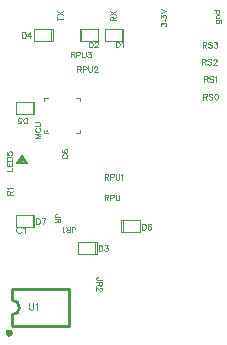
<source format=gto>
G04 Layer: TopSilkLayer*
G04 EasyEDA v6.3.22, 2020-01-31T20:32:51+01:00*
G04 fc9ea699047742759d14d46df9665bc7,1e61c1b39cbf46459d8771e8f21e6a9c,10*
G04 Gerber Generator version 0.2*
G04 Scale: 100 percent, Rotated: No, Reflected: No *
G04 Dimensions in millimeters *
G04 leading zeros omitted , absolute positions ,3 integer and 3 decimal *
%FSLAX33Y33*%
%MOMM*%
G90*
G71D02*

%ADD10C,0.254000*%
%ADD30C,0.101600*%
%ADD31C,0.199898*%
%ADD32C,0.100000*%
%ADD33C,0.127000*%

%LPD*%
G54D30*
G01X33610Y32310D02*
G01X32049Y32310D01*
G01X33610Y33330D02*
G01X32049Y33330D01*
G01X33470Y32310D02*
G01X33470Y33330D01*
G01X32050Y32310D02*
G01X32050Y33330D01*
G01X33610Y32310D02*
G01X33610Y33330D01*
G54D31*
G01X32560Y38120D02*
G01X32660Y37920D01*
G01X32360Y37820D01*
G01X32560Y38020D01*
G01X32960Y37720D01*
G01X32159Y37720D01*
G01X32560Y38320D01*
G01X32960Y37720D01*
G54D30*
G01X37459Y49030D02*
G01X39020Y49030D01*
G01X37459Y48010D02*
G01X39020Y48010D01*
G01X37599Y49030D02*
G01X37600Y48010D01*
G01X39020Y49030D02*
G01X39020Y48010D01*
G01X37459Y49030D02*
G01X37459Y48010D01*
G01X41160Y48010D02*
G01X39599Y48010D01*
G01X41160Y49030D02*
G01X39599Y49030D01*
G01X41020Y48010D02*
G01X41020Y49030D01*
G01X39599Y48010D02*
G01X39599Y49030D01*
G01X41160Y48010D02*
G01X41160Y49030D01*
G01X40989Y32839D02*
G01X42549Y32839D01*
G01X40989Y31819D02*
G01X42549Y31819D01*
G01X41129Y32839D02*
G01X41129Y31819D01*
G01X42549Y32839D02*
G01X42549Y31819D01*
G01X40989Y32839D02*
G01X40989Y31819D01*
G01X38910Y30010D02*
G01X37349Y30010D01*
G01X38910Y31030D02*
G01X37349Y31030D01*
G01X38770Y30010D02*
G01X38770Y31030D01*
G01X37349Y30010D02*
G01X37349Y31030D01*
G01X38910Y30010D02*
G01X38910Y31030D01*
G01X35160Y48010D02*
G01X33599Y48010D01*
G01X35160Y49030D02*
G01X33599Y49030D01*
G01X35020Y48010D02*
G01X35019Y49030D01*
G01X33599Y48010D02*
G01X33599Y49030D01*
G01X35160Y48010D02*
G01X35160Y49030D01*
G01X33610Y41810D02*
G01X32049Y41810D01*
G01X33610Y42830D02*
G01X32049Y42830D01*
G01X33470Y41810D02*
G01X33470Y42830D01*
G01X32050Y41810D02*
G01X32050Y42830D01*
G01X33610Y41810D02*
G01X33610Y42830D01*
G54D10*
G01X31711Y23887D02*
G01X36537Y23887D01*
G01X36537Y27036D01*
G01X31711Y27036D01*
G01X31711Y27036D02*
G01X31711Y26097D01*
G01X31711Y24827D02*
G01X31711Y23887D01*
G54D32*
G01X34458Y40520D02*
G01X34457Y40219D01*
G01X34759Y40219D01*
G01X37160Y40220D02*
G01X37461Y40219D01*
G01X37461Y40521D01*
G01X37460Y42920D02*
G01X37460Y43220D01*
G01X37160Y43220D01*
G01X34760Y43220D02*
G01X34458Y43221D01*
G01X34458Y42919D01*
G01X44304Y49316D02*
G01X44304Y49565D01*
G01X44487Y49428D01*
G01X44487Y49496D01*
G01X44510Y49542D01*
G01X44533Y49565D01*
G01X44602Y49588D01*
G01X44645Y49588D01*
G01X44713Y49565D01*
G01X44759Y49519D01*
G01X44782Y49451D01*
G01X44782Y49382D01*
G01X44759Y49316D01*
G01X44736Y49293D01*
G01X44690Y49270D01*
G01X44668Y49761D02*
G01X44690Y49738D01*
G01X44713Y49761D01*
G01X44690Y49783D01*
G01X44668Y49761D01*
G01X44304Y49979D02*
G01X44304Y50228D01*
G01X44487Y50093D01*
G01X44487Y50159D01*
G01X44510Y50205D01*
G01X44533Y50228D01*
G01X44602Y50251D01*
G01X44645Y50251D01*
G01X44713Y50228D01*
G01X44759Y50182D01*
G01X44782Y50116D01*
G01X44782Y50048D01*
G01X44759Y49979D01*
G01X44736Y49956D01*
G01X44690Y49933D01*
G01X44304Y50401D02*
G01X44782Y50584D01*
G01X44304Y50764D02*
G01X44782Y50584D01*
G01X35556Y49928D02*
G01X36031Y49928D01*
G01X35556Y49770D02*
G01X35556Y50088D01*
G01X35556Y50238D02*
G01X36031Y50555D01*
G01X35556Y50555D02*
G01X36031Y50238D01*
G01X40055Y49770D02*
G01X40532Y49770D01*
G01X40055Y49770D02*
G01X40055Y49973D01*
G01X40077Y50042D01*
G01X40100Y50065D01*
G01X40146Y50088D01*
G01X40192Y50088D01*
G01X40237Y50065D01*
G01X40260Y50042D01*
G01X40283Y49973D01*
G01X40283Y49770D01*
G01X40283Y49928D02*
G01X40532Y50088D01*
G01X40055Y50238D02*
G01X40532Y50555D01*
G01X40055Y50555D02*
G01X40532Y50238D01*
G01X48964Y49792D02*
G01X49328Y49792D01*
G01X49396Y49769D01*
G01X49419Y49746D01*
G01X49442Y49701D01*
G01X49442Y49634D01*
G01X49419Y49589D01*
G01X49033Y49792D02*
G01X48987Y49746D01*
G01X48964Y49701D01*
G01X48964Y49634D01*
G01X48987Y49589D01*
G01X49033Y49543D01*
G01X49102Y49520D01*
G01X49145Y49520D01*
G01X49213Y49543D01*
G01X49259Y49589D01*
G01X49282Y49634D01*
G01X49282Y49701D01*
G01X49259Y49746D01*
G01X49213Y49792D01*
G01X48964Y49942D02*
G01X49282Y49942D01*
G01X49056Y49942D02*
G01X48987Y50010D01*
G01X48964Y50056D01*
G01X48964Y50125D01*
G01X48987Y50170D01*
G01X49056Y50193D01*
G01X49282Y50193D01*
G01X48804Y50615D02*
G01X49282Y50615D01*
G01X49033Y50615D02*
G01X48987Y50569D01*
G01X48964Y50523D01*
G01X48964Y50455D01*
G01X48987Y50412D01*
G01X49033Y50366D01*
G01X49102Y50343D01*
G01X49145Y50343D01*
G01X49213Y50366D01*
G01X49259Y50412D01*
G01X49282Y50455D01*
G01X49282Y50523D01*
G01X49259Y50569D01*
G01X49213Y50615D01*
G01X33759Y33015D02*
G01X33759Y32537D01*
G01X33759Y33015D02*
G01X33919Y33015D01*
G01X33987Y32992D01*
G01X34033Y32946D01*
G01X34056Y32900D01*
G01X34076Y32832D01*
G01X34076Y32717D01*
G01X34056Y32651D01*
G01X34033Y32606D01*
G01X33987Y32560D01*
G01X33919Y32537D01*
G01X33759Y32537D01*
G01X34546Y33015D02*
G01X34318Y32537D01*
G01X34229Y33015D02*
G01X34546Y33015D01*
G01X31264Y37028D02*
G01X31742Y37028D01*
G01X31742Y37028D02*
G01X31742Y37303D01*
G01X31264Y37453D02*
G01X31742Y37453D01*
G01X31264Y37453D02*
G01X31264Y37747D01*
G01X31493Y37453D02*
G01X31493Y37633D01*
G01X31742Y37453D02*
G01X31742Y37747D01*
G01X31264Y37897D02*
G01X31742Y37897D01*
G01X31264Y37897D02*
G01X31264Y38057D01*
G01X31287Y38126D01*
G01X31333Y38171D01*
G01X31378Y38194D01*
G01X31447Y38215D01*
G01X31561Y38215D01*
G01X31627Y38194D01*
G01X31673Y38171D01*
G01X31719Y38126D01*
G01X31742Y38057D01*
G01X31742Y37897D01*
G01X31264Y38639D02*
G01X31264Y38410D01*
G01X31470Y38387D01*
G01X31447Y38410D01*
G01X31424Y38479D01*
G01X31424Y38547D01*
G01X31447Y38616D01*
G01X31493Y38662D01*
G01X31561Y38685D01*
G01X31607Y38685D01*
G01X31673Y38662D01*
G01X31719Y38616D01*
G01X31742Y38547D01*
G01X31742Y38479D01*
G01X31719Y38410D01*
G01X31696Y38387D01*
G01X31650Y38367D01*
G01X35824Y33131D02*
G01X35461Y33131D01*
G01X35392Y33154D01*
G01X35370Y33177D01*
G01X35347Y33223D01*
G01X35347Y33269D01*
G01X35370Y33314D01*
G01X35392Y33337D01*
G01X35461Y33360D01*
G01X35507Y33360D01*
G01X35824Y32982D02*
G01X35347Y32982D01*
G01X35824Y32982D02*
G01X35824Y32778D01*
G01X35801Y32710D01*
G01X35778Y32687D01*
G01X35733Y32664D01*
G01X35687Y32664D01*
G01X35641Y32687D01*
G01X35618Y32710D01*
G01X35596Y32778D01*
G01X35596Y32982D01*
G01X35596Y32824D02*
G01X35347Y32664D01*
G01X36802Y31815D02*
G01X36802Y32178D01*
G01X36824Y32247D01*
G01X36847Y32270D01*
G01X36893Y32292D01*
G01X36939Y32292D01*
G01X36984Y32270D01*
G01X37007Y32247D01*
G01X37030Y32178D01*
G01X37030Y32132D01*
G01X36652Y31815D02*
G01X36652Y32292D01*
G01X36652Y31815D02*
G01X36449Y31815D01*
G01X36380Y31838D01*
G01X36357Y31861D01*
G01X36334Y31906D01*
G01X36334Y31952D01*
G01X36357Y31998D01*
G01X36380Y32021D01*
G01X36449Y32043D01*
G01X36652Y32043D01*
G01X36494Y32043D02*
G01X36334Y32292D01*
G01X36184Y31906D02*
G01X36139Y31883D01*
G01X36070Y31815D01*
G01X36070Y32292D01*
G01X39325Y27793D02*
G01X38962Y27793D01*
G01X38893Y27816D01*
G01X38873Y27837D01*
G01X38850Y27882D01*
G01X38850Y27928D01*
G01X38873Y27974D01*
G01X38893Y27997D01*
G01X38962Y28020D01*
G01X39007Y28020D01*
G01X39325Y27644D02*
G01X38850Y27644D01*
G01X39325Y27644D02*
G01X39325Y27438D01*
G01X39304Y27369D01*
G01X39282Y27346D01*
G01X39236Y27324D01*
G01X39190Y27324D01*
G01X39144Y27346D01*
G01X39122Y27369D01*
G01X39099Y27438D01*
G01X39099Y27644D01*
G01X39099Y27484D02*
G01X38850Y27324D01*
G01X39213Y27151D02*
G01X39236Y27151D01*
G01X39282Y27128D01*
G01X39304Y27105D01*
G01X39325Y27059D01*
G01X39325Y26971D01*
G01X39304Y26925D01*
G01X39282Y26902D01*
G01X39236Y26879D01*
G01X39190Y26879D01*
G01X39144Y26902D01*
G01X39076Y26948D01*
G01X38850Y27174D01*
G01X38850Y26856D01*
G01X31292Y35019D02*
G01X31770Y35019D01*
G01X31292Y35019D02*
G01X31292Y35224D01*
G01X31315Y35293D01*
G01X31338Y35316D01*
G01X31384Y35339D01*
G01X31429Y35339D01*
G01X31475Y35316D01*
G01X31498Y35293D01*
G01X31521Y35224D01*
G01X31521Y35019D01*
G01X31521Y35179D02*
G01X31770Y35339D01*
G01X31384Y35489D02*
G01X31361Y35534D01*
G01X31292Y35600D01*
G01X31770Y35600D01*
G01X32506Y32178D02*
G01X32480Y32234D01*
G01X32425Y32287D01*
G01X32371Y32315D01*
G01X32262Y32315D01*
G01X32206Y32287D01*
G01X32153Y32234D01*
G01X32125Y32178D01*
G01X32097Y32097D01*
G01X32097Y31959D01*
G01X32125Y31878D01*
G01X32153Y31825D01*
G01X32206Y31769D01*
G01X32262Y31741D01*
G01X32371Y31741D01*
G01X32425Y31769D01*
G01X32480Y31825D01*
G01X32506Y31878D01*
G01X32686Y32206D02*
G01X32742Y32234D01*
G01X32823Y32315D01*
G01X32823Y31741D01*
G01X38234Y47973D02*
G01X38234Y47496D01*
G01X38234Y47973D02*
G01X38394Y47973D01*
G01X38462Y47951D01*
G01X38508Y47905D01*
G01X38531Y47859D01*
G01X38554Y47793D01*
G01X38554Y47679D01*
G01X38531Y47610D01*
G01X38508Y47564D01*
G01X38462Y47519D01*
G01X38394Y47496D01*
G01X38234Y47496D01*
G01X38726Y47859D02*
G01X38726Y47882D01*
G01X38749Y47928D01*
G01X38770Y47951D01*
G01X38815Y47973D01*
G01X38907Y47973D01*
G01X38952Y47951D01*
G01X38975Y47928D01*
G01X38998Y47882D01*
G01X38998Y47839D01*
G01X38975Y47793D01*
G01X38930Y47724D01*
G01X38704Y47496D01*
G01X39021Y47496D01*
G01X40509Y47974D02*
G01X40509Y47496D01*
G01X40509Y47974D02*
G01X40669Y47974D01*
G01X40737Y47951D01*
G01X40783Y47905D01*
G01X40806Y47859D01*
G01X40829Y47793D01*
G01X40829Y47679D01*
G01X40806Y47610D01*
G01X40783Y47565D01*
G01X40737Y47519D01*
G01X40669Y47496D01*
G01X40509Y47496D01*
G01X40979Y47882D02*
G01X41022Y47905D01*
G01X41090Y47974D01*
G01X41090Y47496D01*
G01X47910Y43549D02*
G01X47910Y43071D01*
G01X47910Y43549D02*
G01X48113Y43549D01*
G01X48181Y43526D01*
G01X48204Y43503D01*
G01X48227Y43457D01*
G01X48227Y43412D01*
G01X48204Y43366D01*
G01X48181Y43343D01*
G01X48113Y43323D01*
G01X47910Y43323D01*
G01X48070Y43323D02*
G01X48227Y43071D01*
G01X48697Y43480D02*
G01X48651Y43526D01*
G01X48583Y43549D01*
G01X48491Y43549D01*
G01X48423Y43526D01*
G01X48377Y43480D01*
G01X48377Y43434D01*
G01X48400Y43389D01*
G01X48423Y43366D01*
G01X48468Y43343D01*
G01X48605Y43300D01*
G01X48651Y43277D01*
G01X48674Y43254D01*
G01X48697Y43208D01*
G01X48697Y43140D01*
G01X48651Y43094D01*
G01X48583Y43071D01*
G01X48491Y43071D01*
G01X48423Y43094D01*
G01X48377Y43140D01*
G01X48981Y43549D02*
G01X48913Y43526D01*
G01X48870Y43457D01*
G01X48847Y43343D01*
G01X48847Y43277D01*
G01X48870Y43163D01*
G01X48913Y43094D01*
G01X48981Y43071D01*
G01X49027Y43071D01*
G01X49096Y43094D01*
G01X49141Y43163D01*
G01X49164Y43277D01*
G01X49164Y43343D01*
G01X49141Y43457D01*
G01X49096Y43526D01*
G01X49027Y43549D01*
G01X48981Y43549D01*
G01X47960Y45048D02*
G01X47960Y44573D01*
G01X47960Y45048D02*
G01X48164Y45048D01*
G01X48232Y45025D01*
G01X48255Y45004D01*
G01X48278Y44959D01*
G01X48278Y44913D01*
G01X48255Y44867D01*
G01X48232Y44844D01*
G01X48164Y44822D01*
G01X47960Y44822D01*
G01X48118Y44822D02*
G01X48278Y44573D01*
G01X48745Y44982D02*
G01X48700Y45025D01*
G01X48631Y45048D01*
G01X48542Y45048D01*
G01X48474Y45025D01*
G01X48428Y44982D01*
G01X48428Y44936D01*
G01X48451Y44890D01*
G01X48474Y44867D01*
G01X48519Y44844D01*
G01X48654Y44799D01*
G01X48700Y44776D01*
G01X48722Y44753D01*
G01X48745Y44707D01*
G01X48745Y44639D01*
G01X48700Y44593D01*
G01X48631Y44573D01*
G01X48542Y44573D01*
G01X48474Y44593D01*
G01X48428Y44639D01*
G01X48895Y44959D02*
G01X48941Y44982D01*
G01X49009Y45048D01*
G01X49009Y44573D01*
G01X47809Y46499D02*
G01X47809Y46021D01*
G01X47809Y46499D02*
G01X48015Y46499D01*
G01X48083Y46476D01*
G01X48104Y46453D01*
G01X48126Y46407D01*
G01X48126Y46362D01*
G01X48104Y46316D01*
G01X48083Y46293D01*
G01X48015Y46270D01*
G01X47809Y46270D01*
G01X47969Y46270D02*
G01X48126Y46021D01*
G01X48596Y46430D02*
G01X48551Y46476D01*
G01X48482Y46499D01*
G01X48391Y46499D01*
G01X48322Y46476D01*
G01X48276Y46430D01*
G01X48276Y46384D01*
G01X48299Y46339D01*
G01X48322Y46316D01*
G01X48368Y46293D01*
G01X48505Y46250D01*
G01X48551Y46227D01*
G01X48573Y46204D01*
G01X48596Y46158D01*
G01X48596Y46090D01*
G01X48551Y46044D01*
G01X48482Y46021D01*
G01X48391Y46021D01*
G01X48322Y46044D01*
G01X48276Y46090D01*
G01X48769Y46384D02*
G01X48769Y46407D01*
G01X48792Y46453D01*
G01X48815Y46476D01*
G01X48860Y46499D01*
G01X48949Y46499D01*
G01X48995Y46476D01*
G01X49018Y46453D01*
G01X49041Y46407D01*
G01X49041Y46362D01*
G01X49018Y46316D01*
G01X48972Y46250D01*
G01X48746Y46021D01*
G01X49064Y46021D01*
G01X47860Y47948D02*
G01X47860Y47471D01*
G01X47860Y47948D02*
G01X48063Y47948D01*
G01X48132Y47925D01*
G01X48155Y47903D01*
G01X48177Y47857D01*
G01X48177Y47811D01*
G01X48155Y47768D01*
G01X48132Y47745D01*
G01X48063Y47722D01*
G01X47860Y47722D01*
G01X48017Y47722D02*
G01X48177Y47471D01*
G01X48645Y47880D02*
G01X48599Y47925D01*
G01X48533Y47948D01*
G01X48442Y47948D01*
G01X48373Y47925D01*
G01X48327Y47880D01*
G01X48327Y47834D01*
G01X48350Y47791D01*
G01X48373Y47768D01*
G01X48419Y47745D01*
G01X48556Y47699D01*
G01X48599Y47676D01*
G01X48622Y47654D01*
G01X48645Y47608D01*
G01X48645Y47539D01*
G01X48599Y47494D01*
G01X48533Y47471D01*
G01X48442Y47471D01*
G01X48373Y47494D01*
G01X48327Y47539D01*
G01X48840Y47948D02*
G01X49092Y47948D01*
G01X48955Y47768D01*
G01X49023Y47768D01*
G01X49069Y47745D01*
G01X49092Y47722D01*
G01X49115Y47654D01*
G01X49115Y47608D01*
G01X49092Y47539D01*
G01X49046Y47494D01*
G01X48977Y47471D01*
G01X48909Y47471D01*
G01X48840Y47494D01*
G01X48817Y47516D01*
G01X48795Y47562D01*
G01X39560Y35024D02*
G01X39560Y34546D01*
G01X39560Y35024D02*
G01X39764Y35024D01*
G01X39832Y35001D01*
G01X39855Y34978D01*
G01X39878Y34932D01*
G01X39878Y34889D01*
G01X39855Y34843D01*
G01X39832Y34820D01*
G01X39764Y34798D01*
G01X39560Y34798D01*
G01X39718Y34798D02*
G01X39878Y34546D01*
G01X40028Y35024D02*
G01X40028Y34546D01*
G01X40028Y35024D02*
G01X40231Y35024D01*
G01X40300Y35001D01*
G01X40322Y34978D01*
G01X40345Y34932D01*
G01X40345Y34866D01*
G01X40322Y34820D01*
G01X40300Y34798D01*
G01X40231Y34775D01*
G01X40028Y34775D01*
G01X40495Y35024D02*
G01X40495Y34683D01*
G01X40518Y34615D01*
G01X40564Y34569D01*
G01X40632Y34546D01*
G01X40678Y34546D01*
G01X40747Y34569D01*
G01X40792Y34615D01*
G01X40815Y34683D01*
G01X40815Y35024D01*
G01X39561Y36775D02*
G01X39561Y36297D01*
G01X39561Y36775D02*
G01X39764Y36775D01*
G01X39832Y36752D01*
G01X39855Y36729D01*
G01X39878Y36683D01*
G01X39878Y36637D01*
G01X39855Y36592D01*
G01X39832Y36569D01*
G01X39764Y36546D01*
G01X39561Y36546D01*
G01X39718Y36546D02*
G01X39878Y36297D01*
G01X40028Y36775D02*
G01X40028Y36297D01*
G01X40028Y36775D02*
G01X40231Y36775D01*
G01X40300Y36752D01*
G01X40323Y36729D01*
G01X40345Y36683D01*
G01X40345Y36614D01*
G01X40323Y36569D01*
G01X40300Y36546D01*
G01X40231Y36523D01*
G01X40028Y36523D01*
G01X40495Y36775D02*
G01X40495Y36434D01*
G01X40518Y36366D01*
G01X40564Y36320D01*
G01X40632Y36297D01*
G01X40678Y36297D01*
G01X40747Y36320D01*
G01X40792Y36366D01*
G01X40815Y36434D01*
G01X40815Y36775D01*
G01X40965Y36683D02*
G01X41011Y36706D01*
G01X41077Y36775D01*
G01X41077Y36297D01*
G01X36701Y47113D02*
G01X36701Y46636D01*
G01X36701Y47113D02*
G01X36904Y47113D01*
G01X36972Y47090D01*
G01X36995Y47067D01*
G01X37018Y47022D01*
G01X37018Y46979D01*
G01X36995Y46933D01*
G01X36972Y46910D01*
G01X36904Y46887D01*
G01X36701Y46887D01*
G01X36858Y46887D02*
G01X37018Y46636D01*
G01X37168Y47113D02*
G01X37168Y46636D01*
G01X37168Y47113D02*
G01X37371Y47113D01*
G01X37440Y47090D01*
G01X37463Y47067D01*
G01X37485Y47022D01*
G01X37485Y46956D01*
G01X37463Y46910D01*
G01X37440Y46887D01*
G01X37371Y46864D01*
G01X37168Y46864D01*
G01X37635Y47113D02*
G01X37635Y46773D01*
G01X37658Y46704D01*
G01X37704Y46659D01*
G01X37772Y46636D01*
G01X37818Y46636D01*
G01X37887Y46659D01*
G01X37932Y46704D01*
G01X37953Y46773D01*
G01X37953Y47113D01*
G01X38148Y47113D02*
G01X38400Y47113D01*
G01X38263Y46933D01*
G01X38331Y46933D01*
G01X38377Y46910D01*
G01X38400Y46887D01*
G01X38423Y46819D01*
G01X38423Y46773D01*
G01X38400Y46704D01*
G01X38354Y46659D01*
G01X38285Y46636D01*
G01X38217Y46636D01*
G01X38148Y46659D01*
G01X38125Y46681D01*
G01X38105Y46727D01*
G01X37250Y45873D02*
G01X37250Y45396D01*
G01X37250Y45873D02*
G01X37454Y45873D01*
G01X37522Y45851D01*
G01X37545Y45828D01*
G01X37568Y45784D01*
G01X37568Y45739D01*
G01X37545Y45693D01*
G01X37522Y45670D01*
G01X37454Y45647D01*
G01X37250Y45647D01*
G01X37408Y45647D02*
G01X37568Y45396D01*
G01X37718Y45873D02*
G01X37718Y45396D01*
G01X37718Y45873D02*
G01X37921Y45873D01*
G01X37990Y45851D01*
G01X38012Y45828D01*
G01X38035Y45784D01*
G01X38035Y45716D01*
G01X38012Y45670D01*
G01X37990Y45647D01*
G01X37921Y45624D01*
G01X37718Y45624D01*
G01X38185Y45873D02*
G01X38185Y45533D01*
G01X38208Y45464D01*
G01X38254Y45419D01*
G01X38322Y45396D01*
G01X38368Y45396D01*
G01X38437Y45419D01*
G01X38482Y45464D01*
G01X38503Y45533D01*
G01X38503Y45873D01*
G01X38675Y45762D02*
G01X38675Y45784D01*
G01X38698Y45828D01*
G01X38721Y45851D01*
G01X38767Y45873D01*
G01X38858Y45873D01*
G01X38904Y45851D01*
G01X38927Y45828D01*
G01X38950Y45784D01*
G01X38950Y45739D01*
G01X38927Y45693D01*
G01X38881Y45624D01*
G01X38655Y45396D01*
G01X38973Y45396D01*
G01X42739Y32533D02*
G01X42739Y32056D01*
G01X42739Y32533D02*
G01X42899Y32533D01*
G01X42965Y32510D01*
G01X43011Y32465D01*
G01X43034Y32422D01*
G01X43057Y32353D01*
G01X43057Y32239D01*
G01X43034Y32170D01*
G01X43011Y32124D01*
G01X42965Y32079D01*
G01X42899Y32056D01*
G01X42739Y32056D01*
G01X43481Y32465D02*
G01X43458Y32510D01*
G01X43390Y32533D01*
G01X43344Y32533D01*
G01X43275Y32510D01*
G01X43230Y32444D01*
G01X43207Y32330D01*
G01X43207Y32216D01*
G01X43230Y32124D01*
G01X43275Y32079D01*
G01X43344Y32056D01*
G01X43367Y32056D01*
G01X43435Y32079D01*
G01X43481Y32124D01*
G01X43504Y32193D01*
G01X43504Y32216D01*
G01X43481Y32284D01*
G01X43435Y32330D01*
G01X43367Y32353D01*
G01X43344Y32353D01*
G01X43275Y32330D01*
G01X43230Y32284D01*
G01X43207Y32216D01*
G01X39061Y30725D02*
G01X39061Y30247D01*
G01X39061Y30725D02*
G01X39218Y30725D01*
G01X39287Y30702D01*
G01X39332Y30656D01*
G01X39355Y30611D01*
G01X39378Y30542D01*
G01X39378Y30428D01*
G01X39355Y30362D01*
G01X39332Y30316D01*
G01X39287Y30270D01*
G01X39218Y30247D01*
G01X39061Y30247D01*
G01X39574Y30725D02*
G01X39823Y30725D01*
G01X39688Y30542D01*
G01X39754Y30542D01*
G01X39800Y30519D01*
G01X39823Y30496D01*
G01X39845Y30428D01*
G01X39845Y30384D01*
G01X39823Y30316D01*
G01X39777Y30270D01*
G01X39708Y30247D01*
G01X39642Y30247D01*
G01X39574Y30270D01*
G01X39551Y30293D01*
G01X39528Y30339D01*
G01X32559Y48775D02*
G01X32559Y48298D01*
G01X32559Y48775D02*
G01X32720Y48775D01*
G01X32786Y48752D01*
G01X32831Y48707D01*
G01X32854Y48661D01*
G01X32877Y48592D01*
G01X32877Y48478D01*
G01X32854Y48409D01*
G01X32831Y48366D01*
G01X32786Y48321D01*
G01X32720Y48298D01*
G01X32559Y48298D01*
G01X33255Y48775D02*
G01X33027Y48455D01*
G01X33370Y48455D01*
G01X33255Y48775D02*
G01X33255Y48298D01*
G01X33014Y41052D02*
G01X33014Y41530D01*
G01X33014Y41052D02*
G01X32854Y41052D01*
G01X32786Y41075D01*
G01X32740Y41121D01*
G01X32717Y41167D01*
G01X32697Y41235D01*
G01X32697Y41349D01*
G01X32717Y41418D01*
G01X32740Y41461D01*
G01X32786Y41507D01*
G01X32854Y41530D01*
G01X33014Y41530D01*
G01X32272Y41052D02*
G01X32501Y41052D01*
G01X32521Y41258D01*
G01X32501Y41235D01*
G01X32432Y41212D01*
G01X32364Y41212D01*
G01X32295Y41235D01*
G01X32250Y41281D01*
G01X32227Y41349D01*
G01X32227Y41395D01*
G01X32250Y41461D01*
G01X32295Y41507D01*
G01X32364Y41530D01*
G01X32432Y41530D01*
G01X32501Y41507D01*
G01X32521Y41484D01*
G01X32544Y41438D01*
G01X33161Y25864D02*
G01X33161Y25455D01*
G01X33186Y25374D01*
G01X33242Y25320D01*
G01X33323Y25292D01*
G01X33377Y25292D01*
G01X33460Y25320D01*
G01X33514Y25374D01*
G01X33542Y25455D01*
G01X33542Y25864D01*
G01X33722Y25755D02*
G01X33775Y25783D01*
G01X33857Y25864D01*
G01X33857Y25292D01*
G01X36058Y38430D02*
G01X36012Y38407D01*
G01X35967Y38362D01*
G01X35946Y38316D01*
G01X35946Y38227D01*
G01X35967Y38181D01*
G01X36012Y38136D01*
G01X36058Y38113D01*
G01X36127Y38090D01*
G01X36241Y38090D01*
G01X36310Y38113D01*
G01X36355Y38136D01*
G01X36398Y38181D01*
G01X36421Y38227D01*
G01X36421Y38316D01*
G01X36398Y38362D01*
G01X36355Y38407D01*
G01X36310Y38430D01*
G01X36012Y38854D02*
G01X35967Y38832D01*
G01X35946Y38763D01*
G01X35946Y38717D01*
G01X35967Y38649D01*
G01X36035Y38603D01*
G01X36150Y38580D01*
G01X36264Y38580D01*
G01X36355Y38603D01*
G01X36398Y38649D01*
G01X36421Y38717D01*
G01X36421Y38740D01*
G01X36398Y38809D01*
G01X36355Y38854D01*
G01X36287Y38875D01*
G01X36264Y38875D01*
G01X36195Y38854D01*
G01X36150Y38809D01*
G01X36127Y38740D01*
G01X36127Y38717D01*
G01X36150Y38649D01*
G01X36195Y38603D01*
G01X36264Y38580D01*
G01X33656Y39819D02*
G01X34133Y39819D01*
G01X33656Y39819D02*
G01X34133Y40002D01*
G01X33656Y40184D02*
G01X34133Y40002D01*
G01X33656Y40184D02*
G01X34133Y40184D01*
G01X33768Y40675D02*
G01X33722Y40652D01*
G01X33679Y40606D01*
G01X33656Y40560D01*
G01X33656Y40469D01*
G01X33679Y40423D01*
G01X33722Y40380D01*
G01X33768Y40357D01*
G01X33836Y40334D01*
G01X33951Y40334D01*
G01X34019Y40357D01*
G01X34065Y40380D01*
G01X34111Y40423D01*
G01X34133Y40469D01*
G01X34133Y40560D01*
G01X34111Y40606D01*
G01X34065Y40652D01*
G01X34019Y40675D01*
G01X33656Y40825D02*
G01X33996Y40825D01*
G01X34065Y40847D01*
G01X34111Y40893D01*
G01X34133Y40962D01*
G01X34133Y41005D01*
G01X34111Y41073D01*
G01X34065Y41119D01*
G01X33996Y41142D01*
G01X33656Y41142D01*
G54D10*
G75*
G01X31712Y26097D02*
G02X31712Y24827I0J-635D01*
G01*
G75*
G01X31674Y23303D02*
G03X31674Y23303I-190J0D01*
G01*
G54D33*
G75*
G01X34710Y40420D02*
G03X34710Y40420I-50J0D01*
G01*
M00*
M02*

</source>
